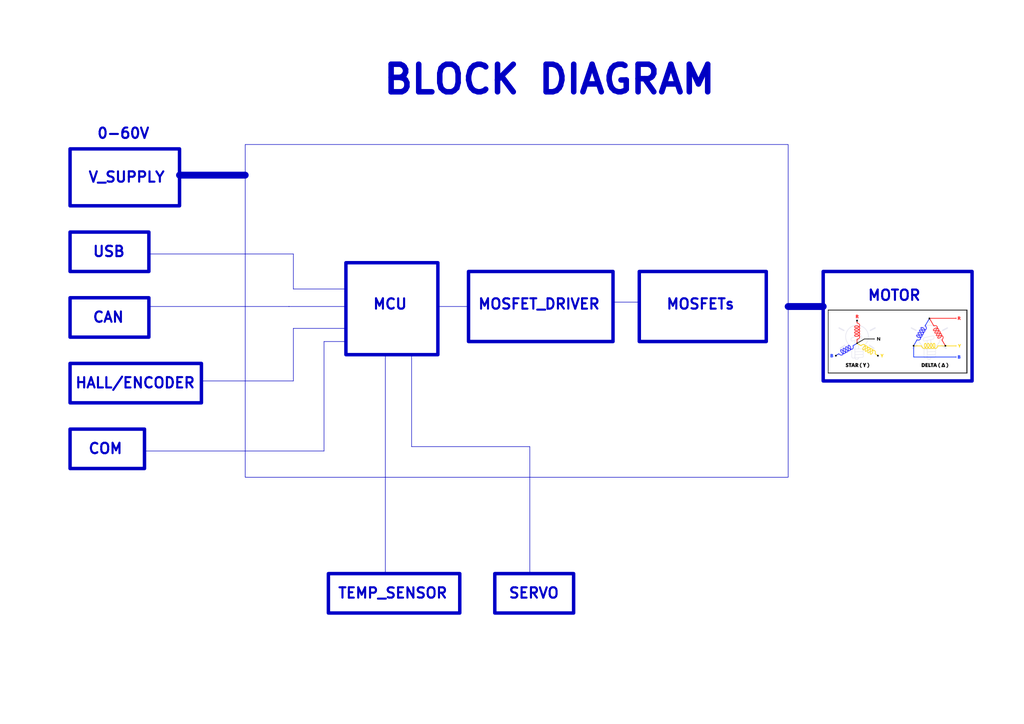
<source format=kicad_sch>
(kicad_sch (version 20230121) (generator eeschema)
  (paper "A4")
  (title_block (title "DF_ESC_rev01_1") (date "2024-01-14") (rev "rev01_1") (company "Ivan Mendez IMA Design") (comment 3 "i.mendezalon@hotmail.com") (comment 4 "Ivan Mendez"))
  (lib_symbols)
  (polyline (pts (xy 52.07 50.8) (xy 71.12 50.8)) (stroke (width 2) (type solid)))
  (polyline (pts (xy 83.82 88.9) (xy 83.82 88.9)) (stroke (width 0) (type solid)))
  (polyline (pts (xy 153.67 166.37) (xy 153.67 129.54)))
  (polyline (pts (xy 85.09 83.82) (xy 100.33 83.82)) (stroke (width 0) (type solid)))
  (polyline (pts (xy 58.42 110.49) (xy 85.09 110.49)) (stroke (width 0) (type solid)))
  (polyline (pts (xy 111.76 102.87) (xy 111.76 166.37)))
  (polyline (pts (xy 85.09 73.66) (xy 85.09 83.82)) (stroke (width 0) (type solid)))
  (polyline (pts (xy 93.98 130.81) (xy 93.98 99.06)) (stroke (width 0) (type solid)))
  (polyline (pts (xy 228.6 88.9) (xy 238.76 88.9)) (stroke (width 2) (type solid)))
  (polyline (pts (xy 119.38 102.87) (xy 119.38 129.54)))
  (polyline (pts (xy 93.98 99.06) (xy 100.33 99.06)) (stroke (width 0) (type solid)))
  (polyline (pts (xy 83.82 88.9) (xy 100.33 88.9)) (stroke (width 0) (type solid)))
  (polyline (pts (xy 43.18 73.66) (xy 85.09 73.66)) (stroke (width 0) (type solid)))
  (polyline (pts (xy 85.09 110.49) (xy 85.09 95.25)) (stroke (width 0) (type solid)))
  (polyline (pts (xy 41.91 130.81) (xy 93.98 130.81)) (stroke (width 0) (type solid)))
  (polyline (pts (xy 85.09 95.25) (xy 100.33 95.25)) (stroke (width 0) (type solid)))
  (polyline (pts (xy 43.18 88.9) (xy 83.82 88.9)) (stroke (width 0) (type solid)))
  (polyline (pts (xy 177.8 87.63) (xy 185.42 87.63)))
  (polyline (pts (xy 127 88.9) (xy 135.89 88.9)))
  (polyline (pts (xy 153.67 129.54) (xy 119.38 129.54)))
  (rectangle (start 71.12 41.91) (end 228.6 138.43))
  (rectangle (start 143.51 166.37) (end 166.37 177.8) (stroke (width 1)))
  (rectangle (start 20.32 67.31) (end 43.18 78.74) (stroke (width 1)))
  (rectangle (start 20.32 124.46) (end 41.91 135.89) (stroke (width 1)))
  (rectangle (start 20.32 43.18) (end 52.07 59.69) (stroke (width 1)))
  (rectangle (start 238.76 78.74) (end 281.94 110.49) (stroke (width 1)))
  (rectangle (start 95.25 166.37) (end 133.35 177.8) (stroke (width 1)))
  (rectangle (start 20.32 105.41) (end 58.42 116.84) (stroke (width 1)))
  (rectangle (start 100.33 76.2) (end 127 102.87) (stroke (width 1)))
  (rectangle (start 185.42 78.74) (end 222.25 99.06) (stroke (width 1)))
  (rectangle (start 20.32 86.36) (end 43.18 97.79) (stroke (width 1)))
  (rectangle (start 135.89 78.74) (end 177.8 99.06) (stroke (width 1)))
  (image (at 260.35 99.06) (scale 0.690931))
  (text "TEMP_SENSOR" (at 97.79 173.99 0) (effects (font (size 3 3) bold) (justify left bottom)))
  (text "V_SUPPLY" (at 25.4 53.34 0) (effects (font (size 3 3) bold) (justify left bottom)))
  (text "MCU" (at 107.95 90.17 0) (effects (font (size 3 3) bold) (justify left bottom)))
  (text "CAN\n" (at 26.67 93.98 0) (effects (font (size 3 3) bold) (justify left bottom)))
  (text "MOSFET_DRIVER" (at 138.43 90.17 0) (effects (font (size 3 3) bold) (justify left bottom)))
  (text "HALL/ENCODER" (at 21.59 113.03 0) (effects (font (size 3 3) bold) (justify left bottom)))
  (text "SERVO" (at 147.32 173.99 0) (effects (font (size 3 3) bold) (justify left bottom)))
  (text "MOTOR\n" (at 251.46 87.63 0) (effects (font (size 3 3) bold) (justify left bottom)))
  (text "0-60V" (at 27.94 40.64 0) (effects (font (size 3 3) bold) (justify left bottom)))
  (text "BLOCK DIAGRAM" (at 110.49 27.94 0) (effects (font (size 8 8) bold) (justify left bottom)))
  (text "MOSFETs" (at 193.04 90.17 0) (effects (font (size 3 3) bold) (justify left bottom)))
  (text "USB\n" (at 26.67 74.93 0) (effects (font (size 3 3) bold) (justify left bottom)))
  (text "COM" (at 25.4 132.08 0) (effects (font (size 3 3) bold) (justify left bottom)))
)
</source>
